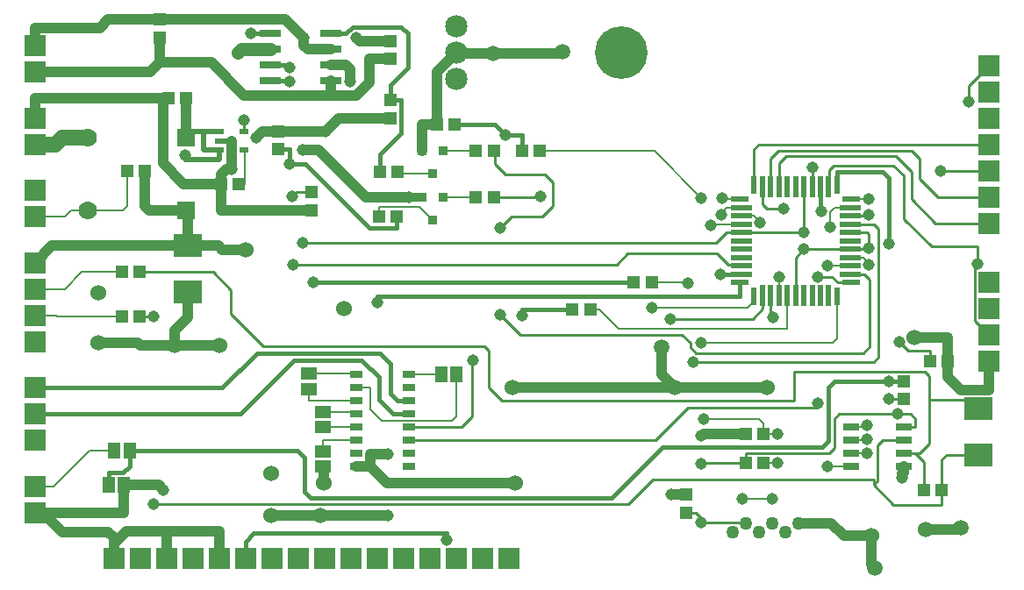
<source format=gbr>
G04 DipTrace 1.50*
%INTop.gbr*%
%MOIN*%
%ADD10C,0.01*%
%ADD11C,0.005*%
%ADD12C,0.003*%
%ADD13C,0.008*%
%ADD14C,0.016*%
%ADD15C,0.039*%
%ADD16C,0.02*%
%ADD17C,0.032*%
%ADD18C,0.0098*%
%ADD19C,0.05*%
%ADD20C,0.06*%
%ADD21C,0.025*%
%ADD22C,0.015*%
%ADD23R,0.045X0.05*%
%ADD24R,0.05X0.045*%
%ADD25R,0.045X0.06*%
%ADD26R,0.06X0.045*%
%ADD27C,0.07*%
%ADD28R,0.07X0.07*%
%ADD29R,0.08X0.08*%
%ADD30C,0.0591*%
%ADD31R,0.032X0.032*%
%ADD32C,0.085*%
%ADD33C,0.2*%
%ADD34R,0.0335X0.0197*%
%ADD35R,0.11X0.085*%
%ADD36R,0.05X0.025*%
%ADD37R,0.06X0.025*%
%ADD38R,0.084X0.03*%
%ADD39R,0.0689X0.0197*%
%ADD40R,0.0787X0.0197*%
%ADD41R,0.0197X0.0689*%
%ADD42R,0.0197X0.0787*%
%ADD43C,0.045*%
%ADD44C,0.115*%
%ADD45C,0.035*%
%ADD46C,0.0354*%
%ADD47C,0.055*%
%ADD48R,0.0297X0.0887*%
%ADD49R,0.0097X0.0687*%
%ADD50R,0.0297X0.0789*%
%ADD51R,0.0097X0.0589*%
%ADD52R,0.0887X0.0297*%
%ADD53R,0.0687X0.0097*%
%ADD54R,0.0789X0.0297*%
%ADD55R,0.0589X0.0097*%
%ADD56R,0.094X0.04*%
%ADD57R,0.074X0.02*%
%ADD58R,0.07X0.035*%
%ADD59R,0.05X0.015*%
%ADD60R,0.06X0.035*%
%ADD61R,0.04X0.015*%
%ADD62R,0.12X0.095*%
%ADD63R,0.1X0.075*%
%ADD64R,0.0435X0.0297*%
%ADD65R,0.0235X0.0097*%
%ADD66C,0.21*%
%ADD67C,0.19*%
%ADD68C,0.095*%
%ADD69C,0.075*%
%ADD70R,0.042X0.042*%
%ADD71R,0.022X0.022*%
%ADD72C,0.07*%
%ADD73C,0.0691*%
%ADD74C,0.0491*%
%ADD75C,0.04*%
%ADD76R,0.09X0.09*%
%ADD77R,0.06X0.06*%
%ADD78C,0.08*%
%ADD79C,0.06*%
%ADD80R,0.07X0.055*%
%ADD81R,0.05X0.035*%
%ADD82R,0.055X0.07*%
%ADD83R,0.035X0.05*%
%ADD84R,0.06X0.055*%
%ADD85R,0.04X0.035*%
%ADD86R,0.055X0.06*%
%ADD87R,0.035X0.04*%
%ADD88C,0.0087*%
%FSLAX44Y44*%
%SFA1B1*%
%OFA0B0*%
G04*
G70*
G90*
G75*
G01*
%LNTop*%
%LPD*%
X35221Y17600D2*
D13*
Y18180D1*
X35381Y18340D1*
X35961D1*
X36621Y9540D2*
X36581Y9500D1*
X36001D1*
X30421Y10320D2*
X32501D1*
X32681Y10140D1*
Y9750D1*
X33221Y8640D2*
X32681D1*
X30681Y17680D2*
X30711Y17710D1*
X31831D1*
X32681Y9750D2*
X33211D1*
X33221Y9740D1*
X8980Y15900D2*
D10*
X11760D1*
X12440Y15220D1*
Y14320D1*
X13680Y13080D1*
X22060D1*
X22240Y12900D1*
Y11500D1*
X22741Y11000D1*
X33851D1*
Y12120D1*
X38801D1*
X38981Y11940D1*
Y11040D1*
X40441D1*
X40781Y10700D1*
X40850D1*
X38771Y7600D2*
Y8670D1*
X38441Y9000D1*
X38601D1*
X38981Y9380D1*
Y11940D1*
X38441Y9000D2*
X38001D1*
X40850Y10700D2*
X40851D1*
Y8950D2*
X39641D1*
X39451Y8760D1*
Y7600D1*
X9520Y14200D2*
X8980D1*
X39451Y7600D2*
Y7040D1*
X37621D1*
X36861Y7800D1*
Y8000D1*
X28461D1*
X27541Y7080D1*
X9520D1*
X36861Y7800D2*
X37021Y7960D1*
Y9320D1*
X37201Y9500D1*
X38001D1*
X41251Y23751D2*
X40461Y22961D1*
Y22361D1*
X34541Y19860D2*
X34531Y19850D1*
Y19150D1*
X34861Y18220D2*
D14*
X34841Y18240D1*
Y19150D1*
X41251Y13500D2*
D10*
X40701Y14050D1*
Y16040D1*
X40821Y16220D1*
X40701Y16040D1*
X40821D1*
Y16220D1*
X40701Y16040D1*
X40821Y16220D1*
Y16860D1*
X39061D1*
X38001Y17920D1*
Y19560D1*
X37621Y19940D1*
X35341D1*
X35161Y19760D1*
Y19150D1*
X40821Y16220D2*
X40701Y16040D1*
X40821Y16220D1*
X32321Y19200D2*
Y20560D1*
X32511Y20750D1*
X41251D1*
X33441Y18300D2*
X32821D1*
X32641Y18480D1*
Y19150D1*
X39401Y19740D2*
X39411Y19750D1*
X41251D1*
X32951Y19150D2*
Y20220D1*
X33251Y20520D1*
X38301D1*
X38611Y20210D1*
Y19450D1*
X39311Y18750D1*
X41251D1*
X33271Y19150D2*
Y20040D1*
X33531Y20300D1*
X37721D1*
X38301Y19720D1*
Y18660D1*
X39211Y17750D1*
X41251D1*
X35121Y16140D2*
D13*
X35961D1*
X35121Y8500D2*
X36001D1*
X18000Y14740D2*
D14*
Y14980D1*
X31781D1*
Y15510D1*
X28441Y14540D2*
D13*
X32081D1*
X32321Y14780D1*
Y14970D1*
X29141Y14120D2*
D10*
X32261D1*
X32641Y14500D1*
Y15020D1*
X33041Y14180D2*
X32951Y14269D1*
Y15020D1*
X36621Y9000D2*
D13*
X36001D1*
X36681Y16180D2*
Y16230D1*
X36461Y16450D1*
X35961D1*
X31041Y15820D2*
D14*
X31831D1*
X20640Y5720D2*
Y5960D1*
X13320D1*
X13000Y5640D1*
Y5000D1*
X17200Y8500D2*
D15*
X17740D1*
X18380Y7860D1*
X23241D1*
X23140Y11520D2*
X29301Y11500D1*
X34001Y6350D2*
X35241D1*
X35731Y5860D1*
X36781D1*
X38841Y6120D2*
X40120D1*
X40160Y6160D1*
X9880Y7620D2*
X9700Y7800D1*
X8380D1*
X19700Y20500D2*
Y21520D1*
X20260D1*
X15180Y20540D2*
X15780D1*
X17580Y18740D1*
X19220D1*
X29181Y7440D2*
X29751D1*
X13990Y6640D2*
X15850D1*
X15970Y7860D2*
Y8500D1*
X12000Y13100D2*
X10300D1*
X38421Y13420D2*
X39681D1*
Y12520D1*
X12000Y20880D2*
D16*
X12460D1*
D15*
Y19820D1*
X29301Y11500D2*
X32821D1*
X10300Y13100D2*
X9000D1*
X8900Y13200D1*
X7400D1*
X8000Y5000D2*
Y5580D1*
X8460Y6040D1*
X10000D1*
Y5000D1*
X12070Y19250D2*
Y18250D1*
X15500D1*
X18400Y8980D2*
X17740D1*
Y8500D1*
X29301Y11500D2*
X28801Y12000D1*
Y13040D1*
X36920Y4640D2*
D3*
X36781Y5860D2*
Y4779D1*
X36920Y4640D1*
X40160Y6160D2*
D3*
X10000Y6040D2*
X12000D1*
Y5000D1*
X5000Y6750D2*
X5310D1*
X6040Y6020D1*
X7780D1*
X8000Y5800D1*
Y5000D1*
X8380Y7800D2*
Y6750D1*
X5000D1*
X25040Y24280D2*
D3*
X22401Y24201D2*
X24961D1*
X25040Y24280D1*
X21000Y24250D2*
X21049Y24201D1*
X22401D1*
X21000Y24251D2*
D3*
X20260Y21520D2*
Y23511D1*
X21000Y24251D1*
X19220Y18740D2*
D17*
X19700Y18750D1*
X15850Y6640D2*
D15*
X18400D1*
X30321Y9680D2*
X30391Y9750D1*
X32001D1*
X37941Y8060D2*
Y8230D1*
X38001Y8280D1*
Y8500D1*
X10300Y13100D2*
Y13680D1*
X10800Y14180D1*
Y15150D1*
X39681Y12520D2*
Y11900D1*
X40161Y11420D1*
X41251D1*
Y12500D1*
X10070Y22501D2*
X5000D1*
Y21750D1*
X10070Y22500D2*
D3*
X12070Y19250D2*
X10640D1*
X9860Y20030D1*
Y22500D1*
X10070D1*
X12460Y19820D2*
X12290D1*
X12070Y19600D1*
Y19250D1*
X7800Y7800D2*
D14*
Y8260D1*
X8340D1*
X8600Y8520D1*
Y9100D1*
X37441Y16980D2*
Y19480D1*
X37201Y19720D1*
X35471D1*
Y19200D1*
X37441Y11740D2*
X38001D1*
X8600Y9100D2*
X14980D1*
X15240Y8840D1*
Y7540D1*
X15480Y7300D1*
X26901D1*
X28841Y9240D1*
X34901D1*
X35141Y9480D1*
Y11500D1*
X35381Y11740D1*
X37441D1*
X31061Y18060D2*
D13*
Y18120D1*
X31281Y18340D1*
X31831D1*
X31861Y7280D2*
X33001D1*
X31121Y18720D2*
X31181Y18660D1*
X31781D1*
X30321Y13200D2*
X35311D1*
X35471Y13360D1*
Y14970D1*
X30321Y18720D2*
X28541Y20500D1*
X24181D1*
X33261Y15720D2*
X33271Y15020D1*
X29801Y15480D2*
X29781Y15500D1*
X28431D1*
X26101Y14460D2*
X26441D1*
X27161Y13740D1*
X33581D1*
Y15020D1*
X36681Y18080D2*
D10*
X36631Y18030D1*
X35963D1*
X24200Y18760D2*
X24210Y18750D1*
X22430D1*
X35963Y15825D2*
D18*
X36495D1*
X36700Y15620D1*
Y13060D1*
X36460Y12820D1*
X30120D1*
X29900Y13040D1*
Y13200D1*
X29580Y13520D1*
X23440D1*
X22680Y14280D1*
Y17580D2*
X23120Y18020D1*
X24280D1*
X24660Y18400D1*
Y19320D1*
X24380Y19600D1*
X22860D1*
X22460Y20000D1*
Y20470D1*
X22430Y20500D1*
X8300Y15900D2*
D13*
X6790D1*
X6140Y15250D1*
X5000D1*
Y24501D2*
D15*
Y25181D1*
X7460D1*
X7780Y25501D1*
X9750D1*
X17220Y24801D2*
X17340Y24681D1*
X18500D1*
X15200Y24801D2*
Y24521D1*
X15360Y24361D1*
X16240D1*
X9750Y25501D2*
X14500D1*
X15200Y24801D1*
X8300Y14200D2*
D13*
X5850D1*
X5800Y14250D1*
X5000D1*
X18500Y24001D2*
D15*
X17700D1*
Y23101D1*
X17220Y22621D1*
X12940D1*
X11700Y23861D1*
X9750D1*
Y24821D1*
X12940Y22621D2*
X16240D1*
Y23161D1*
X9750Y23861D2*
X9390Y23501D1*
X5000D1*
X12750Y19250D2*
D13*
D3*
X12925Y20541D2*
X12920D1*
X12750Y19250D2*
X12970D1*
Y20541D1*
X12925D1*
X15400Y12030D2*
X17200D1*
Y12000D1*
X15400Y11450D2*
Y11000D1*
X17200D1*
X15950Y10580D2*
X17200D1*
Y10500D1*
X15950Y10000D2*
X17200D1*
X21010Y12000D2*
Y10420D1*
X20840Y10250D1*
X18170D1*
X17740Y10680D1*
Y11500D1*
X17200D1*
X15950Y9080D2*
Y9500D1*
X17200D1*
X20430Y12000D2*
X19200D1*
Y11000D2*
D14*
X18760D1*
X18500Y11260D1*
Y12420D1*
X18100Y12820D1*
X13440D1*
X12120Y11500D1*
X5000D1*
X20940Y21520D2*
X22461D1*
X22861Y21120D1*
X23501D1*
Y20500D1*
X19200Y10500D2*
X18600D1*
X18060Y11040D1*
Y11900D1*
X17420Y12540D1*
X14840D1*
X12800Y10500D1*
X5000D1*
X18100Y19700D2*
Y20360D1*
X18920Y21180D1*
Y22431D1*
X18500D1*
Y23021D1*
X19160Y23681D1*
Y24961D1*
X18920Y25201D1*
X17060D1*
X16820Y24961D1*
X16240D1*
X14250Y20570D2*
X14680D1*
Y20020D1*
Y23141D2*
X14660Y23161D1*
X13940D1*
X14680Y20020D2*
X15260D1*
X17700Y17580D1*
X18750D1*
Y18000D1*
X20100Y19630D2*
D13*
X18780D1*
Y19700D1*
X20100Y17880D2*
X19600Y18380D1*
X18070D1*
Y18000D1*
X20500Y18750D2*
X21750D1*
X20500Y20500D2*
X21750D1*
X13200Y24961D2*
D14*
X13940D1*
X23501Y14240D2*
Y14460D1*
X25421D1*
X8020Y9100D2*
D13*
X7070D1*
X5720Y7750D1*
X5000D1*
X15580Y15500D2*
D14*
X27751D1*
X14680Y23681D2*
X14600Y23761D1*
X13940D1*
X12720Y24241D2*
D19*
X12840Y24361D1*
X13940D1*
X5000Y18000D2*
D13*
X6130D1*
X6380Y18250D1*
X7000D1*
X8330D1*
X8500Y18420D1*
Y19750D1*
X36681Y18660D2*
X36011D1*
X36621Y10080D2*
X36541Y10000D1*
X36001D1*
X30001Y12480D2*
D10*
X36861D1*
X37041Y12660D1*
Y17530D1*
X36861Y17710D1*
X35961D1*
X21640Y12540D2*
X21620D1*
Y10420D1*
X21200Y10000D1*
X19200D1*
X31829Y16140D2*
X31831D1*
X14820Y16160D2*
X14830Y16170D1*
X27091D1*
X27521Y16600D1*
X30921D1*
X31351Y16170D1*
X31829D1*
Y16140D1*
X32541Y17760D2*
D13*
Y17810D1*
X32321Y18030D1*
X31831D1*
X34741Y15720D2*
D10*
X35281D1*
X35491Y15510D1*
X36011D1*
X34741Y10900D2*
Y10740D1*
X29801D1*
X28561Y9500D1*
X19200D1*
X15180Y17000D2*
X30861D1*
X31261Y17400D1*
X31831D1*
X29751Y6750D2*
X30101D1*
X30321Y6530D1*
Y6380D1*
X35961Y17400D2*
X36621D1*
X36681Y17340D1*
Y16800D1*
X38001Y10000D2*
X38441D1*
Y10320D1*
X38261Y10500D1*
X37761D1*
X14760Y18760D2*
X14930Y18930D1*
X15500D1*
X37841Y13240D2*
X38181Y12900D1*
X39001D1*
Y12520D1*
X12940Y21660D2*
Y21250D1*
X12925D1*
X37441Y11080D2*
X37451Y11070D1*
X38001D1*
X34221Y17400D2*
X34211Y17410D1*
Y19150D1*
X31831Y17400D2*
X34221D1*
X32000Y6350D2*
D3*
X30321Y6380D2*
X31970D1*
X32000Y6350D1*
X34221Y16760D2*
X33901Y16440D1*
Y15020D1*
X35961Y16770D2*
X34771D1*
X34761Y16760D1*
X34221D1*
X36681Y16800D2*
X36651Y16770D1*
X35961D1*
X32001Y8640D2*
X30341D1*
X30321Y8620D1*
X37761Y10500D2*
X35541D1*
X35361Y10320D1*
Y9200D1*
X35181Y9020D1*
X32001D1*
Y8640D1*
X12925Y21250D2*
X12920D1*
X7000Y21000D2*
D20*
X6030D1*
X5780Y20750D1*
X5000D1*
X10750Y22501D2*
D15*
Y21000D1*
X13400D2*
X13650Y21250D1*
X14250D1*
X5000Y16250D2*
X5650Y16900D1*
X10800D1*
X16980Y23141D2*
Y23601D1*
X16820Y23761D1*
X16240D1*
X10800Y16900D2*
X11960D1*
X12110Y16750D1*
X13000D1*
X12000Y20540D2*
D16*
Y20160D1*
X10720D1*
Y20340D1*
X12000Y21250D2*
X11420D1*
Y20540D1*
X12000D1*
X10750Y21000D2*
X11000Y21250D1*
X12000D1*
X16040D2*
D15*
X16540Y21750D1*
X18500D1*
X14250Y21250D2*
X16040D1*
X10750Y18250D2*
X9350D1*
X9180Y18420D1*
Y19750D1*
X10752Y18250D2*
X10750D1*
X10800Y16900D2*
Y18202D1*
X10752Y18250D1*
D43*
X22680Y14280D3*
Y17580D3*
X37941Y8060D3*
X30321Y9680D3*
X18400Y6640D3*
Y8980D3*
X12460Y19820D3*
X29181Y7440D3*
X15180Y20540D3*
X19220Y18740D3*
X37441Y16980D3*
Y11740D3*
X31061Y18060D3*
X31121Y18720D3*
X31861Y7280D3*
X33001D3*
X30321Y18720D3*
Y13200D3*
X29801Y15480D3*
X33261Y15720D3*
X24200Y18760D3*
X36681Y18080D3*
X17220Y24801D3*
X15200D3*
X22861Y21120D3*
X14680Y23141D3*
Y20020D3*
X23501Y14240D3*
X13200Y24961D3*
X15580Y15500D3*
X14680Y23681D3*
X12720Y24241D3*
X36621Y10080D3*
X36681Y18660D3*
X21640Y12540D3*
X30001Y12480D3*
X14820Y16160D3*
X32541Y17760D3*
X34741Y10900D3*
Y15720D3*
X12940Y21660D3*
X36681Y16800D3*
X34221Y16760D3*
X37841Y13240D3*
X30321Y8620D3*
X14760Y18760D3*
X15180Y17000D3*
X37761Y10500D3*
X30321Y6380D3*
X34221Y17400D3*
X37441Y11080D3*
X10720Y20340D3*
X16980Y23141D3*
X13400Y21000D3*
X16040Y21240D3*
X36621Y9540D3*
X35221Y17600D3*
X30420Y10320D3*
X30681Y17680D3*
X33221Y9740D3*
Y8640D3*
X9520Y7080D3*
Y14200D3*
X34541Y19860D3*
X40461Y22361D3*
X34861Y18220D3*
X40821Y16220D3*
X33441Y18300D3*
X39401Y19740D3*
X35121Y8500D3*
Y16140D3*
X18000Y14740D3*
X28440Y14540D3*
X29140Y14120D3*
X33040Y14180D3*
X36621Y9000D3*
X36681Y16180D3*
X31041Y15820D3*
X20640Y5720D3*
X9880Y7620D3*
D23*
X39680Y12520D3*
X39000D3*
D24*
X9750Y25500D3*
Y24820D3*
D23*
X10750Y22500D3*
X10070D3*
D25*
X7800Y7800D3*
X8382D3*
D26*
X15400Y11450D3*
Y12032D3*
X15950Y10000D3*
Y10582D3*
D25*
X20430Y12000D3*
X21012D3*
D24*
X15500Y18250D3*
Y18930D3*
D23*
X32000Y9750D3*
X32680D3*
D26*
X15950Y8500D3*
Y9082D3*
D23*
X12750Y19250D3*
X12070D3*
D24*
X29750Y6750D3*
Y7430D3*
D27*
X7000Y21000D3*
D28*
X10752D3*
D27*
X7000Y18250D3*
D28*
X10752D3*
D29*
X5000Y21750D3*
Y20750D3*
X8000Y5000D3*
X9000D3*
X10000D3*
X11000D3*
X12000D3*
X13000D3*
X14000D3*
X15000D3*
X16000D3*
X17000D3*
X18000D3*
X19000D3*
X20000D3*
X21000D3*
X22000D3*
X23000D3*
X5000Y19000D3*
Y18000D3*
D19*
X31500Y6000D3*
X32000Y6350D3*
X32500Y6000D3*
X33000Y6350D3*
X33500Y6000D3*
X34000Y6350D3*
D29*
X41250Y15500D3*
Y14500D3*
Y13500D3*
Y12500D3*
Y23750D3*
Y22750D3*
Y21750D3*
Y20750D3*
Y19750D3*
Y18750D3*
Y17750D3*
X5000Y11500D3*
Y10500D3*
Y9500D3*
Y23500D3*
Y24500D3*
Y7750D3*
Y6750D3*
Y16250D3*
Y15250D3*
Y14250D3*
Y13250D3*
D30*
X25040Y24280D3*
D20*
X15850Y6640D3*
X15970Y7860D3*
X13990Y8240D3*
X29300Y11500D3*
X23140Y11520D3*
X16740Y14520D3*
X12000Y13100D3*
X23240Y7860D3*
X38840Y6120D3*
X36780Y5860D3*
X10300Y13100D3*
D30*
X40160Y6160D3*
X36920Y4640D3*
X28800Y13040D3*
D20*
X7400Y13200D3*
Y15100D3*
X22400Y24200D3*
X38420Y13420D3*
X32820Y11500D3*
X13000Y16750D3*
X13990Y6640D3*
D31*
X20500Y20500D3*
X19700D3*
X20100Y19630D3*
X20500Y18750D3*
X19700D3*
X20100Y17880D3*
D32*
X21000Y24250D3*
Y25250D3*
Y23250D3*
D33*
X27260Y24250D3*
D23*
X32680Y8640D3*
X32000D3*
D24*
X14250Y21250D3*
Y20570D3*
D23*
X18100Y19700D3*
X18780D3*
X18750Y18000D3*
X18070D3*
X21750Y18750D3*
X22430D3*
X21750Y20500D3*
X22430D3*
D25*
X8600Y9100D3*
X8018D3*
D23*
X8500Y19750D3*
X9180D3*
X20940Y21520D3*
X20260D3*
D24*
X38000Y11750D3*
Y11070D3*
D23*
X8300Y15900D3*
X8980D3*
X8300Y14200D3*
X8980D3*
X23500Y20500D3*
X24180D3*
X39450Y7600D3*
X38770D3*
X25420Y14460D3*
X26100D3*
X27750Y15500D3*
X28430D3*
D24*
X18500Y21750D3*
Y22430D3*
D34*
X12000Y21250D3*
Y20876D3*
Y20541D3*
X12925D3*
Y21250D3*
D35*
X10800Y16900D3*
Y15150D3*
D24*
X18500Y24000D3*
Y24680D3*
D35*
X40850Y10700D3*
Y8950D3*
D36*
X17200Y12000D3*
Y11500D3*
Y11000D3*
Y10500D3*
Y10000D3*
Y9500D3*
Y9000D3*
Y8500D3*
X19200D3*
Y9000D3*
Y9500D3*
Y10000D3*
Y10500D3*
Y11000D3*
Y11500D3*
Y12000D3*
D37*
X36000Y10000D3*
Y9500D3*
Y9000D3*
Y8500D3*
X38000Y10000D3*
Y9500D3*
Y9000D3*
Y8500D3*
D38*
X13940Y24960D3*
Y24360D3*
Y23760D3*
Y23160D3*
X16240D3*
Y23760D3*
Y24360D3*
Y24960D3*
D39*
X31780Y18660D3*
D40*
X31829Y18345D3*
Y18030D3*
Y17715D3*
Y17400D3*
Y17085D3*
Y16770D3*
Y16455D3*
Y16140D3*
Y15825D3*
D39*
X31780Y15510D3*
D41*
X32321Y14969D3*
D42*
X32636Y15018D3*
X32951D3*
X33266D3*
X33581D3*
X33896D3*
X34211D3*
X34526D3*
X34841D3*
X35156D3*
D41*
X35471Y14969D3*
D39*
X36012Y15510D3*
D40*
X35963Y15825D3*
Y16140D3*
Y16455D3*
Y16770D3*
Y17085D3*
Y17400D3*
Y17715D3*
Y18030D3*
Y18345D3*
D39*
X36012Y18660D3*
D41*
X35471Y19201D3*
D42*
X35156Y19152D3*
X34841D3*
X34526D3*
X34211D3*
X33896D3*
X33581D3*
X33266D3*
X32951D3*
X32636D3*
D41*
X32321Y19201D3*
M02*

</source>
